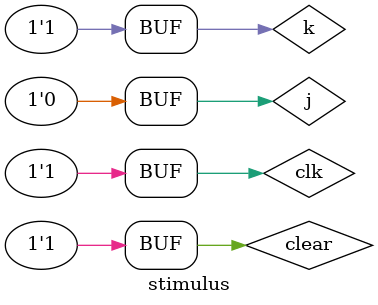
<source format=v>
module jkflipflop(input j,input k,input clk,input clear,output q,output _q);

 wire s,t,u,v,w,x;
 
 assign s = ~(j & clk & _q);
 assign t = ~(k & clk & q);
 
 assign w = ~(~clk & u);
 assign x = ~(~clk & v);
 assign q = ~(w & _q);
 assign _q = ~(x & q);
 
 assign u = ~(s & v);
 assign v = ~(t & u & clear);
 
endmodule

module stimulus;

 reg j;
 reg k;
 reg clk;
 reg clear;
 wire q;
 wire _q;
 
 jkflipflop uut(j,k,clk,clear,q,_q);
 
 initial begin
 
 $display("J  K  clk q  ~q\n");
 
 #0 j = 0;k = 0;clk = 0;clear = 0;
 #10 j = 1;clk = 1;clear = 1;
 #10 clk = 0;
 #10 k = 1;j = 0;clk = 1;
 #10 j = 0;k = 0;clk = 0;
 #10 j = 1;clk = 1;
 #10 clk = 0;
 #10 k = 1;j = 0;clk = 1;
 #10;
 
 end
 
  always @(negedge clk)
   begin
    $display("%d  %d  %d  %d  %d",j,k,clk,q,_q);
   end
   
endmodule  


</source>
